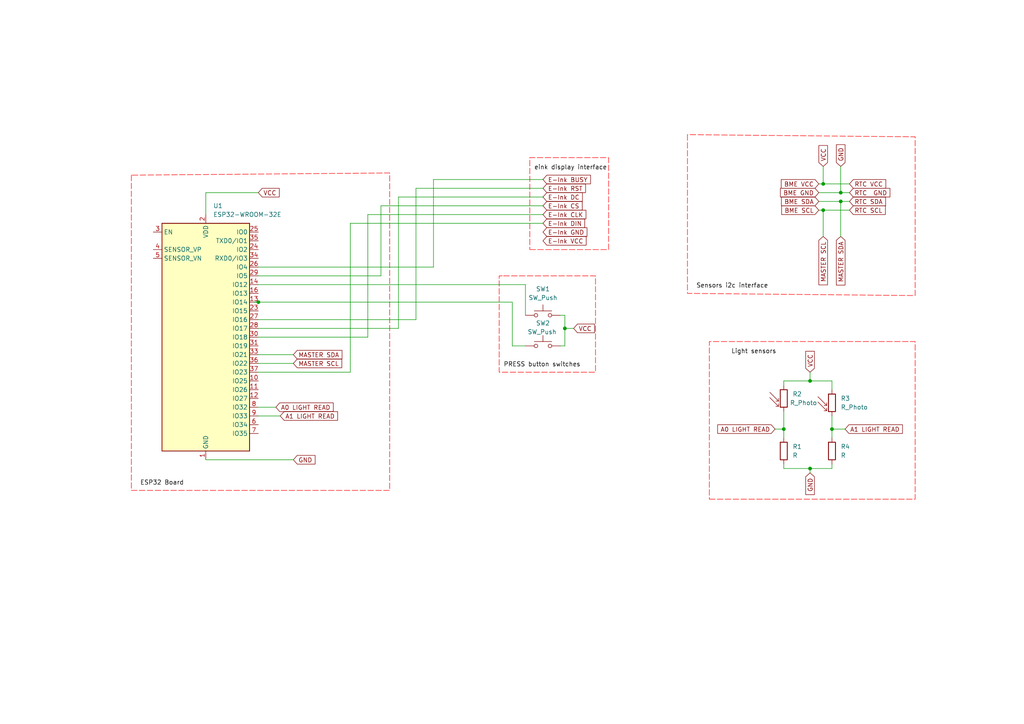
<source format=kicad_sch>
(kicad_sch (version 20250114) (generator "eeschema") (generator_version "9.0")
  (paper "A4")
  (title_block (title "\"Smart\" Alarm") (date "2025-05-03") (rev "1") (company "Tsvetomir Staykov") (comment 1 "Designed for IoT Course FMI 2025"))
  (lib_symbols
    (symbol "Device:R" (pin_numbers (hide yes)) (pin_names (offset 0))
      (property "Reference" "R" (at 2.032 0 90))
      (property "Value" "R" (at 0 0 90))
      (symbol "R_0_1"
        (rectangle (start -1.016 -2.54) (end 1.016 2.54) (stroke (width 0.254)))
      )
      (symbol "R_1_1"
        (pin passive line (at 0 3.81 270) (length 1.27) (name "~") (number "1"))
        (pin passive line (at 0 -3.81 90) (length 1.27) (name "~") (number "2"))
      )
    )
    (symbol "Device:R_Photo" (pin_numbers (hide yes)) (pin_names (offset 0))
      (property "Reference" "R" (at 1.27 1.27 0))
      (property "Value" "R_Photo" (at 1.27 0 0))
      (symbol "R_Photo_0_1"
        (polyline (pts (xy -1.524 -0.762) (xy -4.064 1.778)))
        (polyline (pts (xy -1.524 -0.762) (xy -2.286 -0.762)))
        (polyline (pts (xy -1.524 -0.762) (xy -1.524 0)))
        (polyline (pts (xy -1.524 -2.286) (xy -4.064 0.254)))
        (polyline (pts (xy -1.524 -2.286) (xy -2.286 -2.286)))
        (polyline (pts (xy -1.524 -2.286) (xy -1.524 -1.524)))
        (rectangle (start -1.016 2.54) (end 1.016 -2.54) (stroke (width 0.254)))
      )
      (symbol "R_Photo_1_1"
        (pin passive line (at 0 3.81 270) (length 1.27) (name "~") (number "1"))
        (pin passive line (at 0 -3.81 90) (length 1.27) (name "~") (number "2"))
      )
    )
    (symbol "RF_Module:ESP32-WROOM-32E"
      (property "Reference" "U" (at -12.7 34.29 0))
      (property "Value" "ESP32-WROOM-32E" (at 1.27 34.29 0))
      (symbol "ESP32-WROOM-32E_0_1"
        (rectangle (start -12.7 33.02) (end 12.7 -33.02) (stroke (width 0.254)) (fill (type background)))
      )
      (symbol "ESP32-WROOM-32E_1_1"
        (pin input line (at -15.24 30.48 0) (length 2.54) (name "EN") (number "3"))
        (pin input line (at -15.24 25.4 0) (length 2.54) (name "SENSOR_VP") (number "4"))
        (pin input line (at -15.24 22.86 0) (length 2.54) (name "SENSOR_VN") (number "5"))
        (pin no_connect line (at -12.7 0 0) (length 2.54) (hide yes) (name "NC") (number "21"))
        (pin no_connect line (at -12.7 -2.54 0) (length 2.54) (hide yes) (name "NC") (number "22"))
        (pin no_connect line (at -12.7 -5.08 0) (length 2.54) (hide yes) (name "NC") (number "17"))
        (pin no_connect line (at -12.7 -7.62 0) (length 2.54) (hide yes) (name "NC") (number "18"))
        (pin no_connect line (at -12.7 -10.16 0) (length 2.54) (hide yes) (name "NC") (number "20"))
        (pin no_connect line (at -12.7 -12.7 0) (length 2.54) (hide yes) (name "NC") (number "19"))
        (pin no_connect line (at -12.7 -27.94 0) (length 2.54) (hide yes) (name "NC") (number "32"))
        (pin power_in line (at 0 35.56 270) (length 2.54) (name "VDD") (number "2"))
        (pin power_in line (at 0 -35.56 90) (length 2.54) (name "GND") (number "1"))
        (pin passive line (at 0 -35.56 90) (length 2.54) (hide yes) (name "GND") (number "15"))
        (pin passive line (at 0 -35.56 90) (length 2.54) (hide yes) (name "GND") (number "38"))
        (pin passive line (at 0 -35.56 90) (length 2.54) (hide yes) (name "GND") (number "39"))
        (pin bidirectional line (at 15.24 30.48 180) (length 2.54) (name "IO0") (number "25"))
        (pin bidirectional line (at 15.24 27.94 180) (length 2.54) (name "TXD0/IO1") (number "35"))
        (pin bidirectional line (at 15.24 25.4 180) (length 2.54) (name "IO2") (number "24"))
        (pin bidirectional line (at 15.24 22.86 180) (length 2.54) (name "RXD0/IO3") (number "34"))
        (pin bidirectional line (at 15.24 20.32 180) (length 2.54) (name "IO4") (number "26"))
        (pin bidirectional line (at 15.24 17.78 180) (length 2.54) (name "IO5") (number "29"))
        (pin bidirectional line (at 15.24 15.24 180) (length 2.54) (name "IO12") (number "14"))
        (pin bidirectional line (at 15.24 12.7 180) (length 2.54) (name "IO13") (number "16"))
        (pin bidirectional line (at 15.24 10.16 180) (length 2.54) (name "IO14") (number "13"))
        (pin bidirectional line (at 15.24 7.62 180) (length 2.54) (name "IO15") (number "23"))
        (pin bidirectional line (at 15.24 5.08 180) (length 2.54) (name "IO16") (number "27"))
        (pin bidirectional line (at 15.24 2.54 180) (length 2.54) (name "IO17") (number "28"))
        (pin bidirectional line (at 15.24 0 180) (length 2.54) (name "IO18") (number "30"))
        (pin bidirectional line (at 15.24 -2.54 180) (length 2.54) (name "IO19") (number "31"))
        (pin bidirectional line (at 15.24 -5.08 180) (length 2.54) (name "IO21") (number "33"))
        (pin bidirectional line (at 15.24 -7.62 180) (length 2.54) (name "IO22") (number "36"))
        (pin bidirectional line (at 15.24 -10.16 180) (length 2.54) (name "IO23") (number "37"))
        (pin bidirectional line (at 15.24 -12.7 180) (length 2.54) (name "IO25") (number "10"))
        (pin bidirectional line (at 15.24 -15.24 180) (length 2.54) (name "IO26") (number "11"))
        (pin bidirectional line (at 15.24 -17.78 180) (length 2.54) (name "IO27") (number "12"))
        (pin bidirectional line (at 15.24 -20.32 180) (length 2.54) (name "IO32") (number "8"))
        (pin bidirectional line (at 15.24 -22.86 180) (length 2.54) (name "IO33") (number "9"))
        (pin input line (at 15.24 -25.4 180) (length 2.54) (name "IO34") (number "6"))
        (pin input line (at 15.24 -27.94 180) (length 2.54) (name "IO35") (number "7"))
      )
    )
    (symbol "Switch:SW_Push" (pin_numbers (hide yes)) (pin_names (offset 1.016) (hide yes))
      (property "Reference" "SW" (at 1.27 2.54 0))
      (property "Value" "SW_Push" (at 0 -1.524 0))
      (symbol "SW_Push_0_1"
        (circle (center -2.032 0) (radius 0.508))
        (polyline (pts (xy 0 1.27) (xy 0 3.048)))
        (circle (center 2.032 0) (radius 0.508))
        (polyline (pts (xy 2.54 1.27) (xy -2.54 1.27)))
        (pin passive line (at -5.08 0 0) (length 2.54) (name "1") (number "1"))
        (pin passive line (at 5.08 0 180) (length 2.54) (name "2") (number "2"))
      )
    )
  )
  (junction (at 234.95 110.49))
  (junction (at 163.83 95.25))
  (junction (at 227.33 124.46))
  (junction (at 241.3 124.46))
  (junction (at 238.76 60.96))
  (junction (at 74.93 87.63))
  (junction (at 238.76 53.34))
  (junction (at 243.84 55.88))
  (junction (at 243.84 58.42))
  (junction (at 234.95 135.89))
  (wire (pts (xy 238.76 53.34) (xy 246.38 53.34)))
  (wire (pts (xy 120.65 54.61) (xy 120.65 92.71)))
  (wire (pts (xy 59.69 55.88) (xy 59.69 62.23)))
  (wire (pts (xy 237.49 58.42) (xy 243.84 58.42)))
  (wire (pts (xy 157.48 57.15) (xy 115.57 57.15)))
  (wire (pts (xy 74.93 82.55) (xy 152.4 82.55)))
  (wire (pts (xy 101.6 64.77) (xy 101.6 107.95)))
  (wire (pts (xy 157.48 52.07) (xy 125.73 52.07)))
  (wire (pts (xy 241.3 135.89) (xy 234.95 135.89)))
  (wire (pts (xy 163.83 91.44) (xy 162.56 91.44)))
  (wire (pts (xy 241.3 124.46) (xy 241.3 127)))
  (wire (pts (xy 148.59 100.33) (xy 152.4 100.33)))
  (wire (pts (xy 234.95 110.49) (xy 241.3 110.49)))
  (wire (pts (xy 74.93 120.65) (xy 81.28 120.65)))
  (wire (pts (xy 163.83 100.33) (xy 163.83 95.25)))
  (wire (pts (xy 243.84 55.88) (xy 246.38 55.88)))
  (wire (pts (xy 80.01 118.11) (xy 74.93 118.11)))
  (wire (pts (xy 237.49 53.34) (xy 238.76 53.34)))
  (wire (pts (xy 157.48 64.77) (xy 101.6 64.77)))
  (wire (pts (xy 74.93 102.87) (xy 85.09 102.87)))
  (wire (pts (xy 227.33 135.89) (xy 227.33 134.62)))
  (wire (pts (xy 237.49 55.88) (xy 243.84 55.88)))
  (wire (pts (xy 110.49 80.01) (xy 74.93 80.01)))
  (wire (pts (xy 157.48 54.61) (xy 120.65 54.61)))
  (wire (pts (xy 73.66 87.63) (xy 74.93 87.63)))
  (wire (pts (xy 238.76 60.96) (xy 246.38 60.96)))
  (wire (pts (xy 243.84 58.42) (xy 246.38 58.42)))
  (wire (pts (xy 237.49 60.96) (xy 238.76 60.96)))
  (wire (pts (xy 157.48 62.23) (xy 106.68 62.23)))
  (wire (pts (xy 163.83 95.25) (xy 163.83 91.44)))
  (wire (pts (xy 157.48 59.69) (xy 110.49 59.69)))
  (wire (pts (xy 234.95 107.95) (xy 234.95 110.49)))
  (wire (pts (xy 125.73 52.07) (xy 125.73 77.47)))
  (wire (pts (xy 227.33 111.76) (xy 227.33 110.49)))
  (wire (pts (xy 74.93 87.63) (xy 148.59 87.63)))
  (wire (pts (xy 125.73 77.47) (xy 74.93 77.47)))
  (wire (pts (xy 238.76 48.26) (xy 238.76 53.34)))
  (wire (pts (xy 106.68 97.79) (xy 74.93 97.79)))
  (wire (pts (xy 241.3 113.03) (xy 241.3 110.49)))
  (wire (pts (xy 243.84 58.42) (xy 243.84 68.58)))
  (wire (pts (xy 245.11 124.46) (xy 241.3 124.46)))
  (wire (pts (xy 106.68 62.23) (xy 106.68 97.79)))
  (wire (pts (xy 243.84 48.26) (xy 243.84 55.88)))
  (wire (pts (xy 101.6 107.95) (xy 74.93 107.95)))
  (wire (pts (xy 224.79 124.46) (xy 227.33 124.46)))
  (wire (pts (xy 115.57 95.25) (xy 74.93 95.25)))
  (wire (pts (xy 120.65 92.71) (xy 74.93 92.71)))
  (wire (pts (xy 162.56 100.33) (xy 163.83 100.33)))
  (wire (pts (xy 227.33 119.38) (xy 227.33 124.46)))
  (wire (pts (xy 74.93 55.88) (xy 59.69 55.88)))
  (wire (pts (xy 227.33 110.49) (xy 234.95 110.49)))
  (wire (pts (xy 234.95 135.89) (xy 234.95 137.16)))
  (wire (pts (xy 227.33 124.46) (xy 227.33 127)))
  (wire (pts (xy 110.49 59.69) (xy 110.49 80.01)))
  (wire (pts (xy 241.3 135.89) (xy 241.3 134.62)))
  (wire (pts (xy 85.09 133.35) (xy 59.69 133.35)))
  (wire (pts (xy 227.33 135.89) (xy 234.95 135.89)))
  (wire (pts (xy 152.4 82.55) (xy 152.4 91.44)))
  (wire (pts (xy 238.76 60.96) (xy 238.76 68.58)))
  (wire (pts (xy 74.93 105.41) (xy 85.09 105.41)))
  (wire (pts (xy 115.57 57.15) (xy 115.57 95.25)))
  (wire (pts (xy 148.59 100.33) (xy 148.59 87.63)))
  (wire (pts (xy 166.37 95.25) (xy 163.83 95.25)))
  (wire (pts (xy 241.3 120.65) (xy 241.3 124.46)))
  (label "eink display interface" (at 154.94 49.53 0))
  (label "Light sensors" (at 212.09 102.87 0))
  (label "Sensors i2c interface" (at 201.93 83.82 0))
  (label "PRESS button switches" (at 146.05 106.68 0))
  (label "ESP32 Board" (at 40.64 140.97 0))
  (global_label "E-Ink BUSY" (shape input) (at 157.48 52.07 0) (property "Intersheetrefs" "${INTERSHEET_REFS}" (effects (hide yes))))
  (global_label "MASTER SCL" (shape input) (at 238.76 68.58 270) (property "Intersheetrefs" "${INTERSHEET_REFS}" (effects (hide yes))))
  (global_label "RTC VCC" (shape input) (at 246.38 53.34 0) (property "Intersheetrefs" "${INTERSHEET_REFS}" (effects (hide yes))))
  (global_label "VCC" (shape input) (at 234.95 107.95 90) (property "Intersheetrefs" "${INTERSHEET_REFS}" (effects (hide yes))))
  (global_label "E-Ink CLK" (shape input) (at 157.48 62.23 0) (property "Intersheetrefs" "${INTERSHEET_REFS}" (effects (hide yes))))
  (global_label "VCC" (shape input) (at 74.93 55.88 0) (property "Intersheetrefs" "${INTERSHEET_REFS}" (effects (hide yes))))
  (global_label "VCC" (shape input) (at 238.76 48.26 90) (property "Intersheetrefs" "${INTERSHEET_REFS}" (effects (hide yes))))
  (global_label "E-Ink DC" (shape input) (at 157.48 57.15 0) (property "Intersheetrefs" "${INTERSHEET_REFS}" (effects (hide yes))))
  (global_label "E-Ink DIN" (shape input) (at 157.48 64.77 0) (property "Intersheetrefs" "${INTERSHEET_REFS}" (effects (hide yes))))
  (global_label "E-Ink CS" (shape input) (at 157.48 59.69 0) (property "Intersheetrefs" "${INTERSHEET_REFS}" (effects (hide yes))))
  (global_label "BME VCC" (shape input) (at 237.49 53.34 180) (property "Intersheetrefs" "${INTERSHEET_REFS}" (effects (hide yes))))
  (global_label "BME SCL" (shape input) (at 237.49 60.96 180) (property "Intersheetrefs" "${INTERSHEET_REFS}" (effects (hide yes))))
  (global_label "VCC" (shape input) (at 166.37 95.25 0) (property "Intersheetrefs" "${INTERSHEET_REFS}" (effects (hide yes))))
  (global_label "A0 LIGHT READ" (shape input) (at 80.01 118.11 0) (property "Intersheetrefs" "${INTERSHEET_REFS}" (effects (hide yes))))
  (global_label "GND" (shape input) (at 234.95 137.16 270) (property "Intersheetrefs" "${INTERSHEET_REFS}" (effects (hide yes))))
  (global_label "E-Ink RST" (shape input) (at 157.48 54.61 0) (property "Intersheetrefs" "${INTERSHEET_REFS}" (effects (hide yes))))
  (global_label "MASTER SDA" (shape input) (at 243.84 68.58 270) (property "Intersheetrefs" "${INTERSHEET_REFS}" (effects (hide yes))))
  (global_label "BME SDA" (shape input) (at 237.49 58.42 180) (property "Intersheetrefs" "${INTERSHEET_REFS}" (effects (hide yes))))
  (global_label "RTC SCL" (shape input) (at 246.38 60.96 0) (property "Intersheetrefs" "${INTERSHEET_REFS}" (effects (hide yes))))
  (global_label "MASTER SDA" (shape input) (at 85.09 102.87 0) (property "Intersheetrefs" "${INTERSHEET_REFS}" (effects (hide yes))))
  (global_label "MASTER SCL" (shape input) (at 85.09 105.41 0) (property "Intersheetrefs" "${INTERSHEET_REFS}" (effects (hide yes))))
  (global_label "RTC SDA" (shape input) (at 246.38 58.42 0) (property "Intersheetrefs" "${INTERSHEET_REFS}" (effects (hide yes))))
  (global_label "BME GND" (shape input) (at 237.49 55.88 180) (property "Intersheetrefs" "${INTERSHEET_REFS}" (effects (hide yes))))
  (global_label "A1 LIGHT READ" (shape input) (at 81.28 120.65 0) (property "Intersheetrefs" "${INTERSHEET_REFS}" (effects (hide yes))))
  (global_label "E-Ink VCC" (shape input) (at 157.48 69.85 0) (property "Intersheetrefs" "${INTERSHEET_REFS}" (effects (hide yes))))
  (global_label "A0 LIGHT READ" (shape input) (at 224.79 124.46 180) (property "Intersheetrefs" "${INTERSHEET_REFS}" (effects (hide yes))))
  (global_label "GND" (shape input) (at 243.84 48.26 90) (property "Intersheetrefs" "${INTERSHEET_REFS}" (effects (hide yes))))
  (global_label "GND" (shape input) (at 85.09 133.35 0) (property "Intersheetrefs" "${INTERSHEET_REFS}" (effects (hide yes))))
  (global_label "E-Ink GND" (shape input) (at 157.48 67.31 0) (property "Intersheetrefs" "${INTERSHEET_REFS}" (effects (hide yes))))
  (global_label "A1 LIGHT READ" (shape input) (at 245.11 124.46 0) (property "Intersheetrefs" "${INTERSHEET_REFS}" (effects (hide yes))))
  (global_label "RTC  GND" (shape input) (at 246.38 55.88 0) (property "Intersheetrefs" "${INTERSHEET_REFS}" (effects (hide yes))))
  (rule_area (polyline (pts (xy 199.39 39.0525) (xy 199.39 85.09) (xy 265.43 85.725) (xy 265.43 39.6875)) (stroke (width 0) (type dash))))
  (rule_area (polyline (pts (xy 205.74 144.78) (xy 265.43 144.78) (xy 265.43 99.06) (xy 205.74 99.06) (xy 205.74 101.6)) (stroke (width 0) (type dash))))
  (rule_area (polyline (pts (xy 153.67 72.39) (xy 176.53 72.39) (xy 176.53 45.72) (xy 153.67 45.72) (xy 153.67 45.72)) (stroke (width 0) (type dash))))
  (rule_area (polyline (pts (xy 146.05 80.01) (xy 172.72 80.01) (xy 172.72 102.87) (xy 172.72 107.95) (xy 144.78 107.95) (xy 144.78 102.87) (xy 144.78 80.01)) (stroke (width 0) (type dash))))
  (rule_area (polyline (pts (xy 38.1 50.8) (xy 38.1 142.24) (xy 113.03 142.24) (xy 113.03 142.24) (xy 113.03 50.165)) (stroke (width 0) (type dash))))
  (symbol (lib_id "Switch:SW_Push") (at 157.48 91.44 0) (unit 1)
    (property "Reference" "SW1" (at 157.48 83.82 0))
    (property "Value" "SW_Push" (at 157.48 86.36 0))
    (property "Description" "Push button switch, generic, two pins" (effects (hide yes)))
  )
  (symbol (lib_id "RF_Module:ESP32-WROOM-32E") (at 59.69 97.79 0) (unit 1)
    (property "Reference" "U1" (at 61.8333 59.69 0) (effects (justify left)))
    (property "Value" "ESP32-WROOM-32E" (at 61.8333 62.23 0) (effects (justify left)))
    (property "Footprint" "RF_Module:ESP32-WROOM-32D" (effects (hide yes)))
    (property "Datasheet" "https://www.espressif.com/sites/default/files/documentation/esp32-wroom-32e_esp32-wroom-32ue_datasheet_en.pdf" (effects (hide yes)))
    (property "Description" "RF Module, ESP32-D0WD-V3 SoC, without PSRAM, Wi-Fi 802.11b/g/n, Bluetooth, BLE, 32-bit, 2.7-3.6V, onboard antenna, SMD" (effects (hide yes)))
  )
  (symbol (lib_id "Switch:SW_Push") (at 157.48 100.33 0) (unit 1)
    (property "Reference" "SW2" (at 157.48 93.726 0))
    (property "Value" "SW_Push" (at 157.226 96.266 0))
    (property "Description" "Push button switch, generic, two pins" (effects (hide yes)))
  )
  (symbol (lib_id "Device:R_Photo") (at 241.3 116.84 0) (unit 1)
    (property "Reference" "R3" (at 243.84 115.5699 0) (effects (justify left)))
    (property "Value" "R_Photo" (at 243.84 118.1099 0) (effects (justify left)))
    (property "Description" "Photoresistor" (effects (hide yes)))
  )
  (symbol (lib_id "Device:R") (at 227.33 130.81 0) (unit 1)
    (property "Reference" "R1" (at 229.87 129.5399 0) (effects (justify left)))
    (property "Value" "R" (at 229.87 132.0799 0) (effects (justify left)))
    (property "Description" "Resistor" (effects (hide yes)))
  )
  (symbol (lib_id "Device:R_Photo") (at 227.33 115.57 0) (unit 1)
    (property "Reference" "R2" (at 229.87 114.2999 0) (effects (justify left)))
    (property "Value" "R_Photo" (at 229.108 116.84 0) (effects (justify left)))
    (property "Description" "Photoresistor" (effects (hide yes)))
  )
  (symbol (lib_id "Device:R") (at 241.3 130.81 0) (unit 1)
    (property "Reference" "R4" (at 243.84 129.5399 0) (effects (justify left)))
    (property "Value" "R" (at 243.84 132.0799 0) (effects (justify left)))
    (property "Description" "Resistor" (effects (hide yes)))
  )
)
</source>
